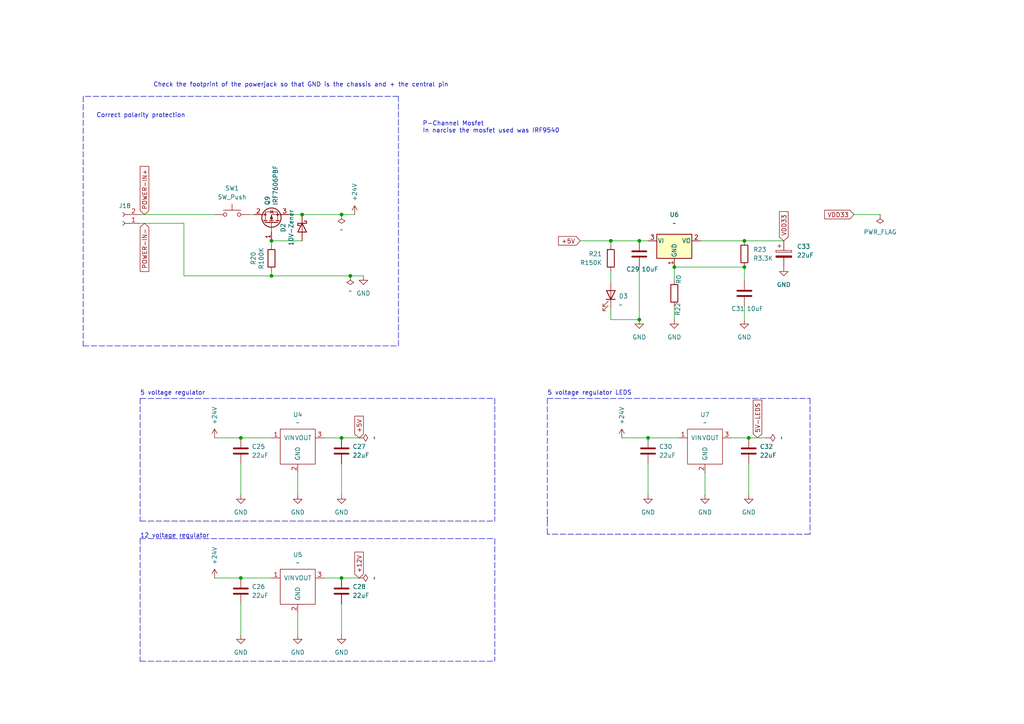
<source format=kicad_sch>
(kicad_sch (version 20211123) (generator eeschema)
  (paper "A4")
  (lib_symbols
    (symbol "Connector:Conn_01x02_Female" (pin_names (offset 1.016) hide)
      (property "Reference" "J" (at 0 2.54 0))
      (property "Value" "Conn_01x02_Female" (at 0 -5.08 0))
      (symbol "Conn_01x02_Female_1_1"
        (arc (start 0 -2.032) (mid -0.508 -2.54) (end 0 -3.048) (stroke (width 0.1524)))
        (polyline (pts (xy -1.27 -2.54) (xy -0.508 -2.54)) (stroke (width 0.1524)))
        (polyline (pts (xy -1.27 0) (xy -0.508 0)) (stroke (width 0.1524)))
        (arc (start 0 0.508) (mid -0.508 0) (end 0 -0.508) (stroke (width 0.1524)))
        (pin passive line (at -5.08 0 0) (length 3.81) (name "Pin_1") (number "1"))
        (pin passive line (at -5.08 -2.54 0) (length 3.81) (name "Pin_2") (number "2"))
      )
    )
    (symbol "Device:C" (pin_numbers hide) (pin_names (offset 0.254))
      (property "Reference" "C" (at 0.635 2.54 0))
      (property "Value" "C" (at 0.635 -2.54 0))
      (symbol "C_0_1"
        (polyline (pts (xy -2.032 -0.762) (xy 2.032 -0.762)) (stroke (width 0.508)))
        (polyline (pts (xy -2.032 0.762) (xy 2.032 0.762)) (stroke (width 0.508)))
      )
      (symbol "C_1_1"
        (pin passive line (at 0 3.81 270) (length 2.794) (name "~") (number "1"))
        (pin passive line (at 0 -3.81 90) (length 2.794) (name "~") (number "2"))
      )
    )
    (symbol "Device:C_Polarized" (pin_numbers hide) (pin_names (offset 0.254))
      (property "Reference" "C" (at 0.635 2.54 0))
      (property "Value" "C_Polarized" (at 0.635 -2.54 0))
      (symbol "C_Polarized_0_1"
        (rectangle (start -2.286 0.508) (end 2.286 1.016))
        (polyline (pts (xy -1.778 2.286) (xy -0.762 2.286)))
        (polyline (pts (xy -1.27 2.794) (xy -1.27 1.778)))
        (rectangle (start 2.286 -0.508) (end -2.286 -1.016) (fill (type outline)))
      )
      (symbol "C_Polarized_1_1"
        (pin passive line (at 0 3.81 270) (length 2.794) (name "~") (number "1"))
        (pin passive line (at 0 -3.81 90) (length 2.794) (name "~") (number "2"))
      )
    )
    (symbol "Device:D_Schottky" (pin_numbers hide) (pin_names (offset 1.016) hide)
      (property "Reference" "D" (at 0 2.54 0))
      (property "Value" "D_Schottky" (at 0 -2.54 0))
      (symbol "D_Schottky_0_1"
        (polyline (pts (xy 1.27 0) (xy -1.27 0)))
        (polyline (pts (xy 1.27 1.27) (xy 1.27 -1.27) (xy -1.27 0) (xy 1.27 1.27)) (stroke (width 0.254)))
        (polyline (pts (xy -1.905 0.635) (xy -1.905 1.27) (xy -1.27 1.27) (xy -1.27 -1.27) (xy -0.635 -1.27) (xy -0.635 -0.635)) (stroke (width 0.254)))
      )
      (symbol "D_Schottky_1_1"
        (pin passive line (at -3.81 0 0) (length 2.54) (name "K") (number "1"))
        (pin passive line (at 3.81 0 180) (length 2.54) (name "A") (number "2"))
      )
    )
    (symbol "Device:LED" (pin_numbers hide) (pin_names (offset 1.016) hide)
      (property "Reference" "D" (at 0 2.54 0))
      (property "Value" "LED" (at 0 -2.54 0))
      (symbol "LED_0_1"
        (polyline (pts (xy -1.27 -1.27) (xy -1.27 1.27)) (stroke (width 0.254)))
        (polyline (pts (xy -1.27 0) (xy 1.27 0)))
        (polyline (pts (xy 1.27 -1.27) (xy 1.27 1.27) (xy -1.27 0) (xy 1.27 -1.27)) (stroke (width 0.254)))
        (polyline (pts (xy -3.048 -0.762) (xy -4.572 -2.286) (xy -3.81 -2.286) (xy -4.572 -2.286) (xy -4.572 -1.524)))
        (polyline (pts (xy -1.778 -0.762) (xy -3.302 -2.286) (xy -2.54 -2.286) (xy -3.302 -2.286) (xy -3.302 -1.524)))
      )
      (symbol "LED_1_1"
        (pin passive line (at -3.81 0 0) (length 2.54) (name "K") (number "1"))
        (pin passive line (at 3.81 0 180) (length 2.54) (name "A") (number "2"))
      )
    )
    (symbol "Device:R" (pin_numbers hide) (pin_names (offset 0))
      (property "Reference" "R" (at 2.032 0 90))
      (property "Value" "R" (at 0 0 90))
      (symbol "R_0_1"
        (rectangle (start -1.016 -2.54) (end 1.016 2.54) (stroke (width 0.254)))
      )
      (symbol "R_1_1"
        (pin passive line (at 0 3.81 270) (length 1.27) (name "~") (number "1"))
        (pin passive line (at 0 -3.81 90) (length 1.27) (name "~") (number "2"))
      )
    )
    (symbol "Regulator_Linear:NCP1117-3.3_TO252" (pin_names (offset 0.254))
      (property "Reference" "U" (at -3.81 3.175 0))
      (property "Value" "NCP1117-3.3_TO252" (at 0 3.175 0))
      (symbol "NCP1117-3.3_TO252_0_1"
        (rectangle (start -5.08 1.905) (end 5.08 -5.08) (stroke (width 0.254)) (fill (type background)))
      )
      (symbol "NCP1117-3.3_TO252_1_1"
        (pin power_in line (at 0 -7.62 90) (length 2.54) (name "GND") (number "1"))
        (pin power_out line (at 7.62 0 180) (length 2.54) (name "VO") (number "2"))
        (pin power_in line (at -7.62 0 0) (length 2.54) (name "VI") (number "3"))
      )
    )
    (symbol "Switch:SW_Push" (pin_numbers hide) (pin_names (offset 1.016) hide)
      (property "Reference" "SW" (at 1.27 2.54 0))
      (property "Value" "SW_Push" (at 0 -1.524 0))
      (symbol "SW_Push_0_1"
        (circle (center -2.032 0) (radius 0.508))
        (polyline (pts (xy 0 1.27) (xy 0 3.048)))
        (polyline (pts (xy 2.54 1.27) (xy -2.54 1.27)))
        (circle (center 2.032 0) (radius 0.508))
        (pin passive line (at -5.08 0 0) (length 2.54) (name "1") (number "1"))
        (pin passive line (at 5.08 0 180) (length 2.54) (name "2") (number "2"))
      )
    )
    (symbol "ariadne-rescue:IRF5305-Reverse-Polarity-ariadne" (pin_names hide)
      (property "Reference" "Q" (at 3.81 1.905 0))
      (property "Value" "IRF5305-Reverse-Polarity-ariadne" (at 3.81 0 0))
      (symbol "IRF5305-Reverse-Polarity-ariadne_0_1"
        (polyline (pts (xy -1.016 0) (xy -3.81 0)))
        (polyline (pts (xy -1.016 1.905) (xy -1.016 -1.905)) (stroke (width 0.254)))
        (polyline (pts (xy -0.508 -1.27) (xy -0.508 -2.286)) (stroke (width 0.254)))
        (polyline (pts (xy -0.508 0.508) (xy -0.508 -0.508)) (stroke (width 0.254)))
        (polyline (pts (xy -0.508 2.286) (xy -0.508 1.27)) (stroke (width 0.254)))
        (polyline (pts (xy 1.27 2.54) (xy 1.27 1.778)))
        (polyline (pts (xy 1.27 -2.54) (xy 1.27 0) (xy -0.508 0)))
        (polyline (pts (xy -0.508 1.778) (xy 2.032 1.778) (xy 2.032 -1.778) (xy -0.508 -1.778)))
        (polyline (pts (xy 1.016 0) (xy 0 0.381) (xy 0 -0.381) (xy 1.016 0)) (fill (type outline)))
        (polyline (pts (xy 1.524 -0.508) (xy 1.651 -0.381) (xy 2.413 -0.381) (xy 2.54 -0.254)))
        (polyline (pts (xy 2.032 -0.381) (xy 1.651 0.254) (xy 2.413 0.254) (xy 2.032 -0.381)))
        (circle (center 0.381 0) (radius 2.794) (stroke (width 0.254)))
        (circle (center 1.27 -1.778) (radius 0.254) (fill (type outline)))
        (circle (center 1.27 1.778) (radius 0.254) (fill (type outline)))
      )
      (symbol "IRF5305-Reverse-Polarity-ariadne_1_1"
        (pin passive line (at -6.35 0 0) (length 2.54) (name "G") (number "1"))
        (pin output line (at 1.27 5.08 270) (length 2.54) (name "D") (number "2"))
        (pin input line (at 1.27 -5.08 90) (length 2.54) (name "S") (number "3"))
      )
    )
    (symbol "murata-power-regulator-rescue:OKI-78SR-12v-knownParts" (pin_names (offset 1.016))
      (property "Reference" "U" (at 0 6.35 0))
      (property "Value" "OKI-78SR-12v-knownParts" (at 0 8.89 0))
      (symbol "OKI-78SR-12v-knownParts_0_1"
        (rectangle (start -5.08 3.81) (end 5.08 -6.35))
      )
      (symbol "OKI-78SR-12v-knownParts_1_1"
        (pin input line (at -7.62 1.27 0) (length 2.54) (name "VIN") (number "1"))
        (pin input line (at 0 -8.89 90) (length 2.54) (name "GND") (number "2"))
        (pin output line (at 7.62 1.27 180) (length 2.54) (name "VOUT") (number "3"))
      )
    )
    (symbol "power:+24V" (power) (pin_names (offset 0))
      (property "Value" "+24V" (at 0 3.556 0))
      (symbol "+24V_0_1"
        (polyline (pts (xy -0.762 1.27) (xy 0 2.54)))
        (polyline (pts (xy 0 0) (xy 0 2.54)))
        (polyline (pts (xy 0 2.54) (xy 0.762 1.27)))
      )
      (symbol "+24V_1_1"
        (pin power_in line (at 0 0 90) (length 0) hide (name "+24V") (number "1"))
      )
    )
    (symbol "power:GND" (power) (pin_names (offset 0))
      (property "Value" "GND" (at 0 -3.81 0))
      (symbol "GND_0_1"
        (polyline (pts (xy 0 0) (xy 0 -1.27) (xy 1.27 -1.27) (xy 0 -2.54) (xy -1.27 -1.27) (xy 0 -1.27)))
      )
      (symbol "GND_1_1"
        (pin power_in line (at 0 0 270) (length 0) hide (name "GND") (number "1"))
      )
    )
    (symbol "power:PWR_FLAG" (power) (pin_numbers hide) (pin_names (offset 0) hide)
      (property "Value" "PWR_FLAG" (at 0 3.81 0))
      (symbol "PWR_FLAG_0_0"
        (pin power_out line (at 0 0 90) (length 0) (name "pwr") (number "1"))
      )
      (symbol "PWR_FLAG_0_1"
        (polyline (pts (xy 0 0) (xy 0 1.27) (xy -1.016 1.905) (xy 0 2.54) (xy 1.016 1.905) (xy 0 1.27)))
      )
    )
  )
  (junction (at 195.58 77.47))
  (junction (at 185.42 69.85))
  (junction (at 217.17 127))
  (junction (at 99.06 167.64))
  (junction (at 187.96 127))
  (junction (at 78.74 80.01))
  (junction (at 99.06 62.23))
  (junction (at 69.85 127))
  (junction (at 78.74 69.85))
  (junction (at 69.85 167.64))
  (junction (at 87.63 62.23))
  (junction (at 177.165 69.85))
  (junction (at 99.06 127))
  (junction (at 185.42 92.71))
  (junction (at 215.9 77.47))
  (junction (at 101.6 80.01))
  (junction (at 215.9 69.85))
  (polyline (pts (xy 24.13 27.94) (xy 24.13 100.33)))
  (wire (pts (xy 177.165 78.74) (xy 177.165 81.7525)))
  (polyline (pts (xy 40.64 191.77) (xy 143.51 191.77)))
  (wire (pts (xy 99.06 143.51) (xy 99.06 134.62)))
  (wire (pts (xy 177.165 69.85) (xy 185.42 69.85)))
  (wire (pts (xy 217.17 143.51) (xy 217.17 134.62)))
  (wire (pts (xy 187.96 127) (xy 196.85 127)))
  (wire (pts (xy 99.06 62.23) (xy 102.87 62.23)))
  (wire (pts (xy 177.165 69.85) (xy 177.165 71.12)))
  (polyline (pts (xy 234.95 154.94) (xy 158.75 154.94)))
  (wire (pts (xy 99.06 127) (xy 104.14 127)))
  (wire (pts (xy 86.36 137.16) (xy 86.36 143.51)))
  (polyline (pts (xy 40.64 151.13) (xy 143.51 151.13)))
  (polyline (pts (xy 40.64 156.21) (xy 143.51 156.21)))
  (wire (pts (xy 69.85 134.62) (xy 69.85 143.51)))
  (wire (pts (xy 217.17 127) (xy 222.25 127)))
  (polyline (pts (xy 40.64 115.57) (xy 40.64 151.13)))
  (wire (pts (xy 215.9 88.9) (xy 215.9 92.71)))
  (polyline (pts (xy 158.75 115.57) (xy 234.95 115.57)))
  (wire (pts (xy 212.09 127) (xy 217.17 127)))
  (polyline (pts (xy 24.13 100.33) (xy 115.57 100.33)))
  (wire (pts (xy 40.64 62.23) (xy 62.23 62.23)))
  (wire (pts (xy 78.74 80.01) (xy 101.6 80.01)))
  (wire (pts (xy 86.36 177.8) (xy 86.36 184.15)))
  (wire (pts (xy 53.34 64.77) (xy 53.34 80.01)))
  (wire (pts (xy 168.275 69.85) (xy 177.165 69.85)))
  (wire (pts (xy 83.82 62.23) (xy 87.63 62.23)))
  (polyline (pts (xy 158.75 154.94) (xy 158.75 149.86)))
  (wire (pts (xy 185.42 69.85) (xy 187.96 69.85)))
  (wire (pts (xy 69.85 175.26) (xy 69.85 184.15)))
  (wire (pts (xy 40.64 64.77) (xy 53.34 64.77)))
  (polyline (pts (xy 143.51 156.21) (xy 143.51 191.77)))
  (wire (pts (xy 99.06 175.26) (xy 99.06 184.15)))
  (polyline (pts (xy 115.57 27.94) (xy 24.13 27.94)))
  (wire (pts (xy 180.34 127) (xy 187.96 127)))
  (wire (pts (xy 87.63 69.85) (xy 78.74 69.85)))
  (polyline (pts (xy 40.64 156.21) (xy 40.64 191.77)))
  (wire (pts (xy 78.74 71.12) (xy 78.74 69.85)))
  (wire (pts (xy 195.58 77.47) (xy 215.9 77.47)))
  (polyline (pts (xy 143.51 115.57) (xy 143.51 151.13)))
  (wire (pts (xy 78.74 78.74) (xy 78.74 80.01)))
  (wire (pts (xy 204.47 137.16) (xy 204.47 143.51)))
  (wire (pts (xy 69.85 167.64) (xy 78.74 167.64)))
  (wire (pts (xy 177.165 89.3725) (xy 177.165 92.71)))
  (wire (pts (xy 101.6 80.01) (xy 105.41 80.01)))
  (wire (pts (xy 185.42 77.47) (xy 185.42 92.71)))
  (wire (pts (xy 87.63 62.23) (xy 99.06 62.23)))
  (wire (pts (xy 72.39 62.23) (xy 73.66 62.23)))
  (wire (pts (xy 62.23 167.64) (xy 69.85 167.64)))
  (wire (pts (xy 177.165 92.71) (xy 185.42 92.71)))
  (wire (pts (xy 53.34 80.01) (xy 78.74 80.01)))
  (polyline (pts (xy 158.75 115.57) (xy 158.75 151.13)))
  (wire (pts (xy 62.23 127) (xy 69.85 127)))
  (polyline (pts (xy 234.95 115.57) (xy 234.95 154.94)))
  (wire (pts (xy 203.2 69.85) (xy 215.9 69.85)))
  (wire (pts (xy 69.85 127) (xy 78.74 127)))
  (polyline (pts (xy 115.57 100.33) (xy 115.57 27.94)))
  (wire (pts (xy 195.58 77.47) (xy 195.58 81.28)))
  (wire (pts (xy 93.98 127) (xy 99.06 127)))
  (wire (pts (xy 187.96 134.62) (xy 187.96 143.51)))
  (polyline (pts (xy 40.64 115.57) (xy 143.51 115.57)))
  (wire (pts (xy 247.65 62.23) (xy 255.27 62.23)))
  (wire (pts (xy 93.98 167.64) (xy 99.06 167.64)))
  (wire (pts (xy 215.9 69.85) (xy 227.33 69.85)))
  (wire (pts (xy 195.58 88.9) (xy 195.58 92.71)))
  (wire (pts (xy 215.9 77.47) (xy 215.9 81.28)))
  (wire (pts (xy 99.06 167.64) (xy 104.14 167.64)))
  (text "Correct polarity protection\n" (at 27.94 34.29 0) (effects (font (size 1.27 1.27)) (justify left bottom)))
  (text "Check the footprint of the powerjack so that GND is the chassis and + the central pin" (at 44.45 25.4 0) (effects (font (size 1.27 1.27)) (justify left bottom)))
  (text "5 voltage regulator LEDS\n\n" (at 158.75 116.84 0) (effects (font (size 1.27 1.27)) (justify left bottom)))
  (text "P-Channel Mosfet\nIn narcise the mosfet used was IRF9540" (at 122.555 38.735 0) (effects (font (size 1.27 1.27)) (justify left bottom)))
  (text "5 voltage regulator\n\n" (at 40.64 116.84 0) (effects (font (size 1.27 1.27)) (justify left bottom)))
  (text "12 voltage regulator" (at 40.64 156.21 0) (effects (font (size 1.27 1.27)) (justify left bottom)))
  (global_label "5V-LEDS" (shape input) (at 219.71 127 90) (property "Intersheet References" "${INTERSHEET_REFS}" (effects hide)))
  (global_label "POWER-IN-" (shape input) (at 41.91 64.77 270) (property "Intersheet References" "${INTERSHEET_REFS}" (effects hide)))
  (global_label "+12V" (shape input) (at 104.14 167.64 90) (property "Intersheet References" "${INTERSHEET_REFS}" (effects hide)))
  (global_label "+5V" (shape input) (at 104.14 127 90) (property "Intersheet References" "${INTERSHEET_REFS}" (effects hide)))
  (global_label "VDD33" (shape input) (at 227.33 69.85 90) (property "Intersheet References" "${INTERSHEET_REFS}" (effects hide)))
  (global_label "VDD33" (shape input) (at 247.65 62.23 180) (property "Intersheet References" "${INTERSHEET_REFS}" (effects hide)))
  (global_label "POWER-IN+" (shape input) (at 41.91 62.23 90) (property "Intersheet References" "${INTERSHEET_REFS}" (effects hide)))
  (global_label "+5V" (shape input) (at 168.275 69.85 180) (property "Intersheet References" "${INTERSHEET_REFS}" (effects hide)))
  (symbol (lib_id "ariadne-rescue:IRF5305-Reverse-Polarity-ariadne") (at 78.74 63.5 90) (unit 1)
    (property "Reference" "Q9" (at 77.5716 59.563 0) (effects (justify left)))
    (property "Value" "IRF7606PBF" (at 79.883 59.563 0) (effects (justify left)))
    (property "Footprint" "Package_TO_SOT_SMD:TO-263-2" (effects hide))
    (property "Datasheet" "http://www.irf.com/product-info/datasheets/data/irf7606pbf.pdf" (effects hide))
    (property "MP" "IRF9540STRLPBF" (effects hide))
    (property "Digi-Key_Part_Number" "IRF9540STRLPBFCT-ND" (effects hide))
    (property "Manufacturer" "Vishay Siliconix" (effects hide))
  )
  (symbol (lib_id "power:PWR_FLAG") (at 99.06 62.23 180) (unit 1)
    (property "Reference" "#FLG01" (effects hide))
    (property "Value" "~" (at 99.06 66.6242 0))
  )
  (symbol (lib_id "Device:D_Schottky") (at 87.63 66.04 270) (unit 1)
    (property "Reference" "D2" (at 82.1182 66.04 0))
    (property "Value" "10V-Zener" (at 84.4296 66.04 0))
    (property "Footprint" "Diode_SMD:D_SOD-123" (effects hide))
    (property "Digi-Key_Part_Number" "3757-MMSZ5240B_R1_00001CT-ND" (effects hide))
    (property "Manufacturer" "Panjit International Inc." (effects hide))
    (property "MP" "MMSZ5240B_R1_00001" (effects hide))
  )
  (symbol (lib_id "Device:R") (at 78.74 74.93 0) (unit 1)
    (property "Reference" "R20" (at 73.4822 74.93 90))
    (property "Value" "R100K" (at 75.7936 74.93 90))
    (property "Footprint" "Resistor_SMD:R_1206_3216Metric_Pad1.30x1.75mm_HandSolder" (effects hide))
    (property "Digi-Key_Part_Number" "RG32P100KBCT-ND" (effects hide))
    (property "MP" "RG3216P-1003-B-T1" (effects hide))
    (property "Manufacturer" "Susumu" (effects hide))
  )
  (symbol (lib_id "Device:C") (at 217.17 130.81 0) (unit 1)
    (property "Reference" "C32" (at 220.345 129.5399 0) (effects (justify left)))
    (property "Value" "22uF" (at 220.345 132.0799 0) (effects (justify left)))
    (property "Footprint" "KRM55TR71H-Murata-CAP:CAPC6153X500N" (effects hide))
    (property "Digi-Key_Part_Number" "490-14395-1-ND" (effects hide))
    (property "MP" "KRM55TR71H226MH01K" (effects hide))
    (property "Manufacturer" "Murata Electronics" (effects hide))
  )
  (symbol (lib_id "murata-power-regulator-rescue:OKI-78SR-12v-knownParts") (at 86.36 168.91 0) (unit 1)
    (property "Reference" "U5" (at 86.36 160.909 0))
    (property "Value" "~" (at 86.36 163.2204 0))
    (property "Footprint" "Package_TO_SOT_SMD:TO-263-3_TabPin2" (effects hide))
    (property "MP" "LM7812S/NOPB" (effects hide))
    (property "Digi-Key_Part_Number" "296-50317-ND" (effects hide))
    (property "Manufacturer" "Texas Instruments" (effects hide))
  )
  (symbol (lib_id "power:GND") (at 69.85 184.15 0) (unit 1)
    (property "Reference" "#PWR050" (effects hide))
    (property "Value" "GND" (at 69.85 189.23 0))
  )
  (symbol (lib_id "power:GND") (at 227.33 77.47 0) (unit 1)
    (property "Reference" "#PWR064" (effects hide))
    (property "Value" "GND" (at 227.33 82.55 0))
  )
  (symbol (lib_id "power:+24V") (at 102.87 62.23 0) (unit 1)
    (property "Reference" "#PWR055" (effects hide))
    (property "Value" "+24V" (at 102.8699 58.42 90) (effects (justify left)))
  )
  (symbol (lib_id "power:PWR_FLAG") (at 222.25 127 270) (unit 1)
    (property "Reference" "#FLG05" (effects hide))
    (property "Value" "~" (at 226.6442 127 0))
  )
  (symbol (lib_id "power:PWR_FLAG") (at 101.6 80.01 180) (unit 1)
    (property "Reference" "#FLG02" (effects hide))
    (property "Value" "~" (at 101.6 84.4042 0))
  )
  (symbol (lib_id "Device:C") (at 99.06 130.81 0) (unit 1)
    (property "Reference" "C27" (at 102.235 129.5399 0) (effects (justify left)))
    (property "Value" "22uF" (at 102.235 132.0799 0) (effects (justify left)))
    (property "Footprint" "KRM55TR71H-Murata-CAP:CAPC6153X500N" (effects hide))
    (property "Digi-Key_Part_Number" "490-14395-1-ND" (effects hide))
    (property "MP" "KRM55TR71H226MH01K" (effects hide))
    (property "Manufacturer" "Murata Electronics" (effects hide))
  )
  (symbol (lib_id "Device:C") (at 99.06 171.45 0) (unit 1)
    (property "Reference" "C28" (at 102.235 170.1799 0) (effects (justify left)))
    (property "Value" "22uF" (at 102.235 172.7199 0) (effects (justify left)))
    (property "Footprint" "KRM55TR71H-Murata-CAP:CAPC6153X500N" (effects hide))
    (property "Digi-Key_Part_Number" "490-14395-1-ND" (effects hide))
    (property "MP" "KRM55TR71H226MH01K" (effects hide))
    (property "Manufacturer" "Murata Electronics" (effects hide))
  )
  (symbol (lib_id "Regulator_Linear:NCP1117-3.3_TO252") (at 195.58 69.85 0) (unit 1)
    (property "Reference" "U6" (at 195.58 62.23 0))
    (property "Value" "~" (at 195.58 64.77 0))
    (property "Footprint" "Package_TO_SOT_SMD:TO-252-3_TabPin2" (effects hide))
    (property "Datasheet" "http://www.onsemi.com/pub_link/Collateral/NCP1117-D.PDF" (effects hide))
    (property "Digi-Key_Part_Number" "NCP1117DT33T5GOSCT-ND" (effects hide))
    (property "MP" "NCP1117DT33T5G" (effects hide))
  )
  (symbol (lib_id "Device:C") (at 69.85 171.45 0) (unit 1)
    (property "Reference" "C26" (at 73.025 170.1799 0) (effects (justify left)))
    (property "Value" "22uF" (at 73.025 172.7199 0) (effects (justify left)))
    (property "Footprint" "KRM55TR71H-Murata-CAP:CAPC6153X500N" (effects hide))
    (property "Digi-Key_Part_Number" "490-14395-1-ND" (effects hide))
    (property "MP" "KRM55TR71H226MH01K" (effects hide))
    (property "Manufacturer" "Murata Electronics" (effects hide))
  )
  (symbol (lib_id "power:GND") (at 105.41 80.01 0) (unit 1)
    (property "Reference" "#PWR056" (effects hide))
    (property "Value" "GND" (at 105.41 85.09 0))
  )
  (symbol (lib_id "power:GND") (at 86.36 143.51 0) (unit 1)
    (property "Reference" "#PWR051" (effects hide))
    (property "Value" "GND" (at 86.36 148.59 0))
  )
  (symbol (lib_id "Device:R") (at 195.58 85.09 180) (unit 1)
    (property "Reference" "R22" (at 196.596 89.662 90))
    (property "Value" "R0" (at 196.85 81.026 90))
    (property "Footprint" "Resistor_SMD:R_1206_3216Metric_Pad1.30x1.75mm_HandSolder" (effects hide))
    (property "Digi-Key_Part_Number" "RMCF1206ZT0R00CT-ND" (effects hide))
    (property "MP" "RMCF1206ZT0R00" (effects hide))
    (property "Manufacturer" "Stackpole Electronics Inc" (effects hide))
  )
  (symbol (lib_id "Device:C") (at 187.96 130.81 0) (unit 1)
    (property "Reference" "C30" (at 191.135 129.5399 0) (effects (justify left)))
    (property "Value" "22uF" (at 191.135 132.0799 0) (effects (justify left)))
    (property "Footprint" "KRM55TR71H-Murata-CAP:CAPC6153X500N" (effects hide))
    (property "Digi-Key_Part_Number" "490-14395-1-ND" (effects hide))
    (property "MP" "KRM55TR71H226MH01K" (effects hide))
    (property "Manufacturer" "Murata Electronics" (effects hide))
  )
  (symbol (lib_id "power:GND") (at 204.47 143.51 0) (unit 1)
    (property "Reference" "#PWR061" (effects hide))
    (property "Value" "GND" (at 204.47 148.59 0))
  )
  (symbol (lib_id "power:PWR_FLAG") (at 104.14 167.64 270) (unit 1)
    (property "Reference" "#FLG04" (effects hide))
    (property "Value" "~" (at 108.5342 167.64 0))
  )
  (symbol (lib_id "Device:C_Polarized") (at 227.33 73.66 0) (unit 1)
    (property "Reference" "C33" (at 231.14 71.5009 0) (effects (justify left)))
    (property "Value" "22uF" (at 231.14 74.0409 0) (effects (justify left)))
    (property "Footprint" "Capacitor_SMD:CP_Elec_8x10.5" (effects hide))
    (property "Digi-Key_Part_Number" "1189-2383-1-ND" (effects hide))
    (property "MP" "100SEV22M8X10.5" (effects hide))
    (property "Manufacturer" "Rubycon" (effects hide))
  )
  (symbol (lib_id "murata-power-regulator-rescue:OKI-78SR-12v-knownParts") (at 204.47 128.27 0) (unit 1)
    (property "Reference" "U7" (at 204.47 120.269 0))
    (property "Value" "~" (at 204.47 122.5804 0))
    (property "Footprint" "Package_TO_SOT_SMD:TO-252-2" (effects hide))
    (property "MP" "LM78M05CDT" (effects hide))
    (property "Digi-Key_Part_Number" "LM78M05CDT-ND" (effects hide))
    (property "Manufacturer" "Texas Instruments" (effects hide))
  )
  (symbol (lib_id "Device:LED") (at 177.165 85.5625 270) (mirror x) (unit 1)
    (property "Reference" "D3" (at 179.451 85.8799 90) (effects (justify left)))
    (property "Value" "~" (at 179.451 88.4199 90) (effects (justify left)))
    (property "Footprint" "LED_SMD:LED_1206_3216Metric_Pad1.42x1.75mm_HandSolder" (effects hide))
    (property "Digi-Key_Part_Number" "350-4363-1-ND" (effects hide))
    (property "MP" "5990240007F" (effects hide))
    (property "Manufacturer" "Dialight" (effects hide))
  )
  (symbol (lib_id "power:GND") (at 86.36 184.15 0) (unit 1)
    (property "Reference" "#PWR052" (effects hide))
    (property "Value" "GND" (at 86.36 189.23 0))
  )
  (symbol (lib_id "Device:R") (at 177.165 74.93 0) (mirror x) (unit 1)
    (property "Reference" "R21" (at 174.625 73.6599 0) (effects (justify right)))
    (property "Value" "R150K" (at 174.625 76.1999 0) (effects (justify right)))
    (property "Footprint" "Resistor_SMD:R_1206_3216Metric_Pad1.30x1.75mm_HandSolder" (effects hide))
    (property "Digi-Key_Part_Number" "RNCP1206FTD150RCT-ND" (effects hide))
    (property "MP" "RNCP1206FTD150R" (effects hide))
    (property "Manufacturer" "Stackpole Electronics Inc" (effects hide))
  )
  (symbol (lib_id "power:GND") (at 215.9 92.71 0) (unit 1)
    (property "Reference" "#PWR062" (effects hide))
    (property "Value" "GND" (at 215.9 97.79 0))
  )
  (symbol (lib_id "power:PWR_FLAG") (at 104.14 127 270) (unit 1)
    (property "Reference" "#FLG03" (effects hide))
    (property "Value" "~" (at 108.5342 127 0))
  )
  (symbol (lib_id "power:PWR_FLAG") (at 255.27 62.23 180) (unit 1)
    (property "Reference" "#FLG06" (effects hide))
    (property "Value" "PWR_FLAG" (at 255.27 67.31 0))
  )
  (symbol (lib_id "power:+24V") (at 62.23 167.64 0) (unit 1)
    (property "Reference" "#PWR048" (effects hide))
    (property "Value" "+24V" (at 62.2299 163.83 90) (effects (justify left)))
  )
  (symbol (lib_id "power:GND") (at 99.06 143.51 0) (unit 1)
    (property "Reference" "#PWR053" (effects hide))
    (property "Value" "GND" (at 99.06 148.59 0))
  )
  (symbol (lib_id "power:GND") (at 195.58 92.71 0) (unit 1)
    (property "Reference" "#PWR060" (effects hide))
    (property "Value" "GND" (at 195.58 97.79 0))
  )
  (symbol (lib_id "power:GND") (at 69.85 143.51 0) (unit 1)
    (property "Reference" "#PWR049" (effects hide))
    (property "Value" "GND" (at 69.85 148.59 0))
  )
  (symbol (lib_id "Device:C") (at 69.85 130.81 0) (unit 1)
    (property "Reference" "C25" (at 73.025 129.5399 0) (effects (justify left)))
    (property "Value" "22uF" (at 73.025 132.0799 0) (effects (justify left)))
    (property "Footprint" "KRM55TR71H-Murata-CAP:CAPC6153X500N" (effects hide))
    (property "Digi-Key_Part_Number" "490-14395-1-ND" (effects hide))
    (property "MP" "KRM55TR71H226MH01K" (effects hide))
    (property "Manufacturer" "Murata Electronics" (effects hide))
  )
  (symbol (lib_id "power:GND") (at 99.06 184.15 0) (unit 1)
    (property "Reference" "#PWR054" (effects hide))
    (property "Value" "GND" (at 99.06 189.23 0))
  )
  (symbol (lib_id "power:GND") (at 187.96 143.51 0) (unit 1)
    (property "Reference" "#PWR059" (effects hide))
    (property "Value" "GND" (at 187.96 148.59 0))
  )
  (symbol (lib_id "power:+24V") (at 62.23 127 0) (unit 1)
    (property "Reference" "#PWR047" (effects hide))
    (property "Value" "+24V" (at 62.2299 123.19 90) (effects (justify left)))
  )
  (symbol (lib_id "Device:C") (at 215.9 85.09 0) (unit 1)
    (property "Reference" "C31" (at 212.09 89.535 0) (effects (justify left)))
    (property "Value" "10uF" (at 216.535 89.535 0) (effects (justify left)))
    (property "Footprint" "Capacitor_SMD:C_0805_2012Metric_Pad1.18x1.45mm_HandSolder" (effects hide))
    (property "Digi-Key_Part_Number" "1276-2891-1-ND" (effects hide))
    (property "MP" "CL21A106KAYNNNE" (effects hide))
    (property "Manufacturer" "Samsung Electro-Mechanics" (effects hide))
  )
  (symbol (lib_id "Device:C") (at 185.42 73.66 0) (unit 1)
    (property "Reference" "C29" (at 181.61 78.105 0) (effects (justify left)))
    (property "Value" "10uF" (at 186.055 78.105 0) (effects (justify left)))
    (property "Footprint" "Capacitor_SMD:C_0805_2012Metric_Pad1.18x1.45mm_HandSolder" (effects hide))
    (property "Digi-Key_Part_Number" "1276-2891-1-ND" (effects hide))
    (property "MP" "CL21A106KAYNNNE" (effects hide))
    (property "Manufacturer" "Samsung Electro-Mechanics" (effects hide))
  )
  (symbol (lib_id "Switch:SW_Push") (at 67.31 62.23 0) (unit 1)
    (property "Reference" "SW1" (at 67.31 54.61 0))
    (property "Value" "SW_Push" (at 67.31 57.15 0))
    (property "Footprint" "Connector_Molex:Molex_Micro-Fit_3.0_43650-0221_1x02_P3.00mm_Vertical" (effects hide))
  )
  (symbol (lib_id "murata-power-regulator-rescue:OKI-78SR-12v-knownParts") (at 86.36 128.27 0) (unit 1)
    (property "Reference" "U4" (at 86.36 120.269 0))
    (property "Value" "~" (at 86.36 122.5804 0))
    (property "Footprint" "Package_TO_SOT_SMD:TO-252-2" (effects hide))
    (property "MP" "LM78M05CDT" (effects hide))
    (property "Digi-Key_Part_Number" "LM78M05CDT-ND" (effects hide))
    (property "Manufacturer" "Texas Instruments" (effects hide))
  )
  (symbol (lib_id "power:+24V") (at 180.34 127 0) (unit 1)
    (property "Reference" "#PWR057" (effects hide))
    (property "Value" "+24V" (at 180.3399 123.19 90) (effects (justify left)))
  )
  (symbol (lib_id "Device:R") (at 215.9 73.66 0) (unit 1)
    (property "Reference" "R23" (at 218.44 72.3899 0) (effects (justify left)))
    (property "Value" "R3.3K" (at 218.44 74.9299 0) (effects (justify left)))
    (property "Footprint" "Resistor_SMD:R_1206_3216Metric_Pad1.30x1.75mm_HandSolder" (effects hide))
    (property "Digi-Key_Part_Number" "RMCF1206JT3K30CT-ND" (effects hide))
    (property "MP" "RMCF1206JT3K30" (effects hide))
    (property "Manufacturer" "Stackpole Electronics Inc" (effects hide))
  )
  (symbol (lib_id "power:GND") (at 185.42 92.71 0) (unit 1)
    (property "Reference" "#PWR058" (effects hide))
    (property "Value" "GND" (at 185.42 97.79 0))
  )
  (symbol (lib_id "Connector:Conn_01x02_Female") (at 35.56 64.77 180) (unit 1)
    (property "Reference" "J18" (at 36.195 59.69 0))
    (property "Value" "Conn_01x02_Female" (effects hide))
    (property "Footprint" "Connector_Molex:Molex_Micro-Fit_3.0_43650-0221_1x02_P3.00mm_Vertical" (effects hide))
  )
  (symbol (lib_id "power:GND") (at 217.17 143.51 0) (unit 1)
    (property "Reference" "#PWR063" (effects hide))
    (property "Value" "GND" (at 217.17 148.59 0))
  )
)
</source>
